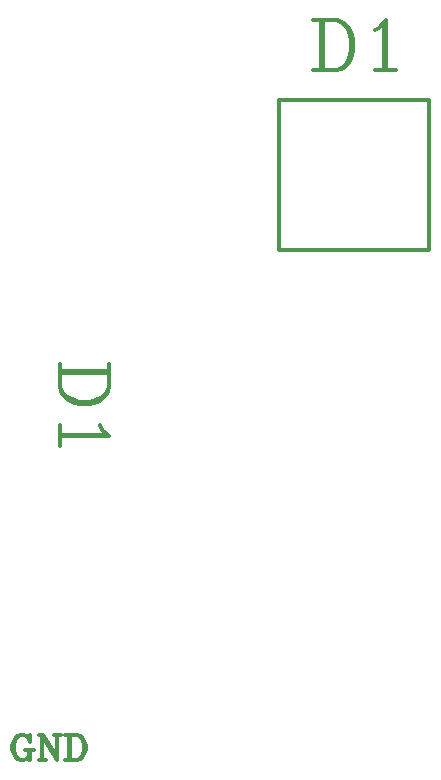
<source format=gbr>
G04 Output by ViewMate Deluxe V11.6.18  PentaLogix*
G04 Tue Jul 19 15:59:14 2016*
%FSLAX35Y35*%
%MOIN*%
%IPPOS*%
%ADD65C,0.012*%

%LPD*%
X0Y0D2*D65*G1X27008Y191496D2*Y184410D1*X42598Y188346D2*X27008D1*Y187717D2*X43386D1*X41024Y189921*X40236Y191496*X27008Y204095D2*X27638Y202520D1*X29213Y200788*X30945Y200158*X33307Y199370*X37087*X39606Y200158*X41024Y200788*X42598Y202520*X43386Y204095*X27008Y211969D2*Y204095D1*X27638Y201732*X29213Y200158*X30945Y199370*X33307Y198583*X37087*X39606Y199370*X41024Y200158*X42598Y201732*X43386Y204095*Y211969*Y208819D2*X27008D1*X43386Y209449D2*X27008D1*X32756Y80000D2*X33543Y80315D1*X34409Y81102*X34724Y81968*X35118Y83150*Y85039*X34724Y86299*X34409Y87008*X33543Y87795*X32756Y88189*X28819Y80000D2*X32756D1*X33937Y80315*X34724Y81102*X35118Y81968*X35512Y83150*Y85039*X35118Y86299*X34724Y87008*X33937Y87795*X32756Y88189*X28819*X30394D2*Y80000D1*X30079Y88189D2*Y80000D1*X19842D2*X22205D1*X24961Y88189D2*X27323D1*X19842D2*X21339D1*X26142D2*Y80000D1*X21339Y87402*Y88189D2*X26142Y80709D1*X21024Y88189D2*Y80000D1*X15433Y83150D2*X18268D1*X17087D2*Y80000D1*X16614Y83150D2*Y80000D1*X13937D2*X13150Y80315D1*X12284Y81102*X11968Y81968*X11575Y83150*Y85039*X11968Y86299*X12284Y87008*X13150Y87795*X13937Y88189*X16614Y81102D2*X15906Y80315D1*X14646Y80000*X13937*X12756Y80315*X11968Y81102*X11575Y81968*X11102Y83150*Y85039*X11575Y86299*X11968Y87008*X12756Y87795*X13937Y88189*X14646*X15906Y87795*X16614Y87008*X17087Y88189*Y85827*X16614Y87008*X150000Y300000D2*Y250000D1*X100000*X150000Y300000D2*X100000D1*Y250000*X131890Y310000D2*X138976D1*X135039Y325591D2*Y310000D1*X135669D2*Y326378D1*X133465Y324016*X131890Y323228*X119291Y310000D2*X120866Y310630D1*X122598Y312205*X123228Y313937*X124016Y316299*Y320079*X123228Y322598*X122598Y324016*X120866Y325591*X119291Y326378*X111417Y310000D2*X119291D1*X121654Y310630*X123228Y312205*X124016Y313937*X124803Y316299*Y320079*X124016Y322598*X123228Y324016*X121654Y325591*X119291Y326378*X111417*X114567D2*Y310000D1*X113937Y326378D2*Y310000D1*X0Y0D2*M02*
</source>
